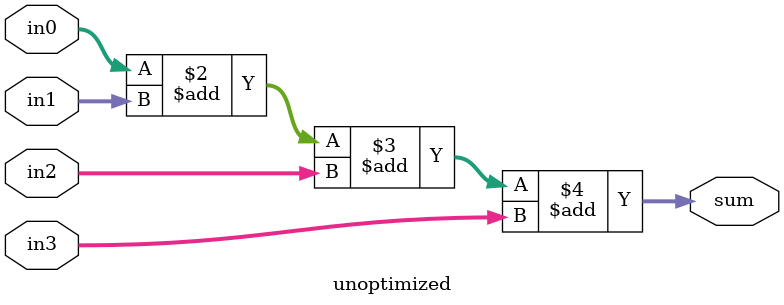
<source format=v>
module unoptimized(
    input [15:0] in0, in1, in2, in3,
    output reg [17:0] sum
);
    always @* begin
        sum = in0 + in1 + in2 + in3;
    end
endmodule

</source>
